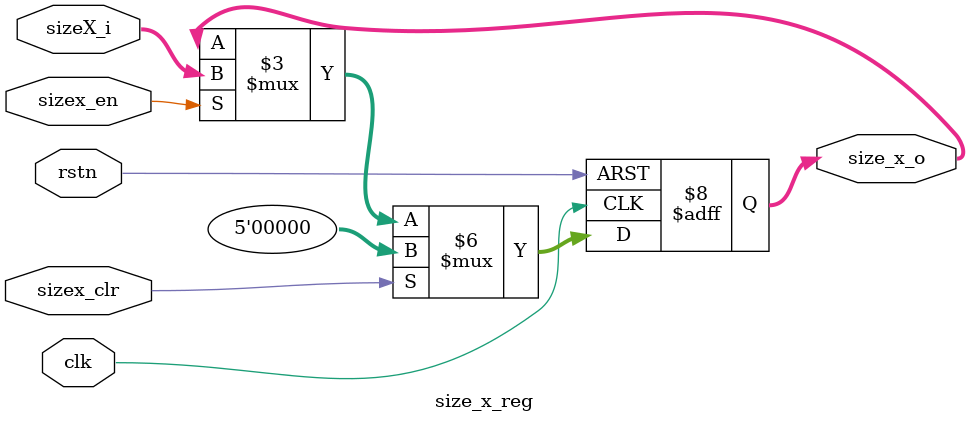
<source format=v>
/******************************************************************
*Module name : size_x_reg
*Filename    : size_x_reg.v
*Type        : Verilog Module
*
*Description : X signal length Register 
*------------------------------------------------------------------
*	clocks    : posedge clock "clk"
*	reset		 : sync rstn, async reg_clr
* 
*Parameters  : none
*
* Author		 :	Daniel Alejandro Lara López
* email 		 :	Daniel.Lara@cinvestav.mx
* Date  		 :	24/04/2024
******************************************************************/

module size_x_reg(
	input clk,
	input rstn,
	input sizex_clr,
	input sizex_en,
	input [4:0] sizeX_i,
 
	output reg [4:0] size_x_o);
	
always@(posedge clk or negedge rstn) 
begin
		if(!rstn)
			size_x_o <= 5'b00000;
		else if(sizex_clr)
			size_x_o <= 5'b00000;
		else if(sizex_en)
			size_x_o <= sizeX_i;
end
endmodule 
</source>
